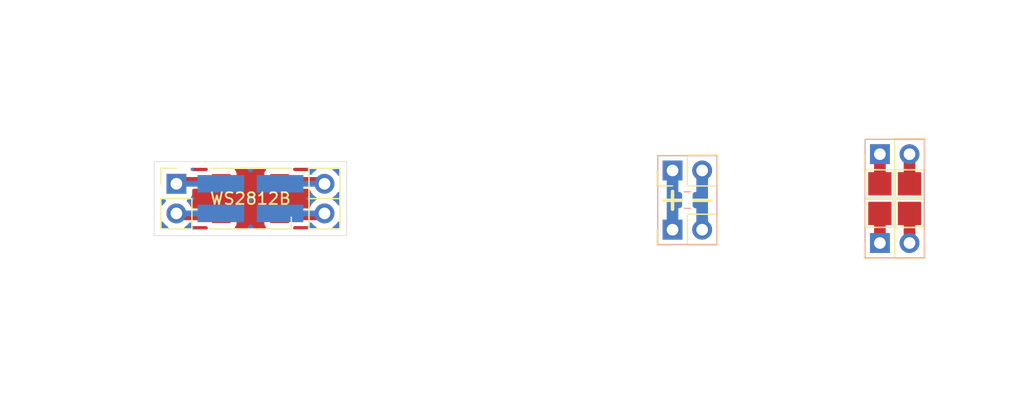
<source format=kicad_pcb>
(kicad_pcb (version 20211014) (generator pcbnew)
  (layers (0 "F.Cu" signal) (31 "B.Cu" signal) (34 "B.Paste" user) (35 "F.Paste" user) (36 "B.SilkS" user "B.Silkscreen") (37 "F.SilkS" user "F.Silkscreen") (38 "B.Mask" user) (39 "F.Mask" user) (44 "Edge.Cuts" user))
  (net 0 "")
  (footprint "Pin_Headers:Pin_Header_Straight_1x02_Pitch2.54mm" (layer "F.Cu") (at 139.7 62.23)
    (fp_text reference "REF**" hide)
    (fp_text value "Pin_Header_Straight_1x02_Pitch2.54mm")
    (fp_line (start -1.33 -1.33) (end 1.33 -1.33) (layer "F.SilkS") (width 0.12))
    (fp_line (start -1.33 1.27) (end 1.33 1.27) (layer "F.SilkS") (width 0.12))
    (fp_line (start 1.33 -1.33) (end 1.33 3.87) (layer "F.SilkS") (width 0.12))
    (fp_line (start -1.33 3.87) (end 1.33 3.87) (layer "F.SilkS") (width 0.12))
    (fp_line (start -1.33 1.27) (end -1.33 -1.33) (layer "F.SilkS") (width 0.12))
    (fp_line (start -1.33 1.27) (end -1.33 3.87) (layer "F.SilkS") (width 0.12))
    (pad "1" thru_hole oval locked (at 0 0) (size 1.7 1.7) (drill 1) (layers *.Cu *.Mask))
    (pad "2" thru_hole oval locked (at 0 2.54) (size 1.7 1.7) (drill 1) (layers *.Cu *.Mask))
  )
  (footprint "LEDs:LED_WS2812B-PLCC4" (layer "F.Cu") (at 133.35 63.5)
    (fp_text reference "WS2812B" (at 0 0) (layer "F.SilkS"))
    (fp_text value "LED_WS2812B-PLCC4")
    (fp_line (start -3.5 2.6) (end 3.5 2.6) (layer "F.SilkS") (width 0.12))
    (fp_line (start 3.5 2.6) (end 3.5 1.6) (layer "F.SilkS") (width 0.12))
    (fp_line (start -3.5 -2.6) (end 3.5 -2.6) (layer "F.SilkS") (width 0.12))
    (pad "1" smd rect locked (at -2.5 -1.6) (size 1.6 1) (layers "F.Cu" "F.Paste" "F.Mask"))
    (pad "2" smd rect locked (at -2.5 1.6) (size 1.6 1) (layers "F.Cu" "F.Paste" "F.Mask"))
    (pad "3" smd rect locked (at 2.5 1.6) (size 1.6 1) (layers "F.Cu" "F.Paste" "F.Mask"))
    (pad "4" smd rect locked (at 2.5 -1.6) (size 1.6 1) (layers "F.Cu" "F.Paste" "F.Mask"))
  )
  (footprint "Pin_Headers:Pin_Header_Straight_1x02_Pitch2.54mm" (layer "F.Cu") (at 127 62.23)
    (fp_text reference "REF**" hide)
    (fp_text value "Pin_Header_Straight_1x02_Pitch2.54mm")
    (fp_line (start -1.33 -1.33) (end 0 -1.33) (layer "F.SilkS") (width 0.12))
    (fp_line (start -1.33 1.27) (end 1.33 1.27) (layer "F.SilkS") (width 0.12))
    (fp_line (start 1.33 1.27) (end 1.33 3.87) (layer "F.SilkS") (width 0.12))
    (fp_line (start -1.33 1.27) (end -1.33 3.87) (layer "F.SilkS") (width 0.12))
    (fp_line (start -1.33 3.87) (end 1.33 3.87) (layer "F.SilkS") (width 0.12))
    (fp_line (start -1.33 0) (end -1.33 -1.33) (layer "F.SilkS") (width 0.12))
    (pad "1" thru_hole rect locked (at 0 0) (size 1.7 1.7) (drill 1) (layers *.Cu *.Mask))
    (pad "2" thru_hole oval locked (at 0 2.54) (size 1.7 1.7) (drill 1) (layers *.Cu *.Mask))
  )
  (footprint "Connector_PinHeader_2.54mm:PinHeader_1x02_P2.54mm_Vertical" (layer "F.Cu") (at 187.325 59.69 90)
    (fp_text reference "REF**" hide)
    (fp_text value "PinHeader_1x02_P2.54mm_Vertical")
    (fp_line (start -1.33 0) (end -1.33 -1.33) (layer "F.SilkS") (width 0.12))
    (fp_line (start -1.33 1.27) (end 1.33 1.27) (layer "F.SilkS") (width 0.12))
    (fp_line (start -1.33 1.27) (end -1.33 3.87) (layer "F.SilkS") (width 0.12))
    (fp_line (start -1.33 3.87) (end 1.33 3.87) (layer "F.SilkS") (width 0.12))
    (fp_line (start -1.33 -1.33) (end 0 -1.33) (layer "F.SilkS") (width 0.12))
    (fp_line (start 1.33 1.27) (end 1.33 3.87) (layer "F.SilkS") (width 0.12))
    (pad "1" thru_hole rect locked (at 0 0 90) (size 1.7 1.7) (drill 1) (layers *.Cu *.Mask))
    (pad "2" thru_hole oval locked (at 0 2.54 90) (size 1.7 1.7) (drill 1) (layers *.Cu *.Mask))
  )
  (footprint "TestPoint:TestPoint_Pad_2.0x2.0mm" (layer "F.Cu") (at 187.325 62.23)
    (fp_text reference "REF**" hide)
    (fp_text value "TestPoint_Pad_2.0x2.0mm")
    (fp_line (start -1.2 1.2) (end -1.2 -1.2) (layer "F.SilkS") (width 0.12))
    (fp_line (start 1.2 1.2) (end -1.2 1.2) (layer "F.SilkS") (width 0.12))
    (fp_line (start 1.2 -1.2) (end 1.2 1.2) (layer "F.SilkS") (width 0.12))
    (fp_line (start -1.2 -1.2) (end 1.2 -1.2) (layer "F.SilkS") (width 0.12))
    (pad "1" smd rect locked (at 0 0) (size 2 2) (layers "F.Cu" "F.Mask"))
  )
  (footprint "Connector_PinHeader_2.54mm:PinHeader_1x02_P2.54mm_Vertical" (layer "F.Cu") (at 169.545 61.087 90)
    (fp_text reference "REF**" hide)
    (fp_text value "PinHeader_1x02_P2.54mm_Vertical")
    (fp_line (start -1.33 3.87) (end 1.33 3.87) (layer "F.SilkS") (width 0.12))
    (fp_line (start -1.33 0) (end -1.33 -1.33) (layer "F.SilkS") (width 0.12))
    (fp_line (start 1.33 1.27) (end 1.33 3.87) (layer "F.SilkS") (width 0.12))
    (fp_line (start -1.33 1.27) (end 1.33 1.27) (layer "F.SilkS") (width 0.12))
    (fp_line (start -1.33 -1.33) (end 0 -1.33) (layer "F.SilkS") (width 0.12))
    (fp_line (start -1.33 1.27) (end -1.33 3.87) (layer "F.SilkS") (width 0.12))
    (pad "1" thru_hole rect locked (at 0 0 90) (size 1.7 1.7) (drill 1) (layers *.Cu *.Mask))
    (pad "2" thru_hole oval locked (at 0 2.54 90) (size 1.7 1.7) (drill 1) (layers *.Cu *.Mask))
  )
  (footprint "TestPoint:TestPoint_Pad_2.0x2.0mm" (layer "F.Cu") (at 189.865 62.23)
    (fp_text reference "REF**" hide)
    (fp_text value "TestPoint_Pad_2.0x2.0mm")
    (fp_line (start -1.2 1.2) (end -1.2 -1.2) (layer "F.SilkS") (width 0.12))
    (fp_line (start -1.2 -1.2) (end 1.2 -1.2) (layer "F.SilkS") (width 0.12))
    (fp_line (start 1.2 -1.2) (end 1.2 1.2) (layer "F.SilkS") (width 0.12))
    (fp_line (start 1.2 1.2) (end -1.2 1.2) (layer "F.SilkS") (width 0.12))
    (pad "1" smd rect locked (at 0 0) (size 2 2) (layers "F.Cu" "F.Mask"))
  )
  (footprint "Connector_PinHeader_2.54mm:PinHeader_1x02_P2.54mm_Vertical" (layer "F.Cu") (at 169.545 66.167 90)
    (fp_text reference "REF**" hide)
    (fp_text value "PinHeader_1x02_P2.54mm_Vertical")
    (fp_line (start -1.33 1.27) (end 1.33 1.27) (layer "F.SilkS") (width 0.12))
    (fp_line (start 1.33 1.27) (end 1.33 3.87) (layer "F.SilkS") (width 0.12))
    (fp_line (start -1.33 1.27) (end -1.33 3.87) (layer "F.SilkS") (width 0.12))
    (fp_line (start -1.33 -1.33) (end 0 -1.33) (layer "F.SilkS") (width 0.12))
    (fp_line (start -1.33 0) (end -1.33 -1.33) (layer "F.SilkS") (width 0.12))
    (fp_line (start -1.33 3.87) (end 1.33 3.87) (layer "F.SilkS") (width 0.12))
    (pad "1" thru_hole rect locked (at 0 0 90) (size 1.7 1.7) (drill 1) (layers *.Cu *.Mask))
    (pad "2" thru_hole oval locked (at 0 2.54 90) (size 1.7 1.7) (drill 1) (layers *.Cu *.Mask))
  )
  (footprint "TestPoint:TestPoint_Pad_2.0x2.0mm" (layer "F.Cu") (at 187.325 64.77)
    (fp_text reference "REF**" hide)
    (fp_text value "TestPoint_Pad_2.0x2.0mm")
    (fp_line (start -1.2 1.2) (end -1.2 -1.2) (layer "F.SilkS") (width 0.12))
    (fp_line (start -1.2 -1.2) (end 1.2 -1.2) (layer "F.SilkS") (width 0.12))
    (fp_line (start 1.2 -1.2) (end 1.2 1.2) (layer "F.SilkS") (width 0.12))
    (fp_line (start 1.2 1.2) (end -1.2 1.2) (layer "F.SilkS") (width 0.12))
    (pad "1" smd rect locked (at 0 0) (size 2 2) (layers "F.Cu" "F.Mask"))
  )
  (footprint "TestPoint:TestPoint_Pad_2.0x2.0mm" (layer "F.Cu") (at 189.865 64.77)
    (fp_text reference "REF**" hide)
    (fp_text value "TestPoint_Pad_2.0x2.0mm")
    (fp_line (start 1.2 -1.2) (end 1.2 1.2) (layer "F.SilkS") (width 0.12))
    (fp_line (start 1.2 1.2) (end -1.2 1.2) (layer "F.SilkS") (width 0.12))
    (fp_line (start -1.2 -1.2) (end 1.2 -1.2) (layer "F.SilkS") (width 0.12))
    (fp_line (start -1.2 1.2) (end -1.2 -1.2) (layer "F.SilkS") (width 0.12))
    (pad "1" smd rect locked (at 0 0) (size 2 2) (layers "F.Cu" "F.Mask"))
  )
  (footprint "Connector_PinHeader_2.54mm:PinHeader_1x02_P2.54mm_Vertical" (layer "F.Cu") (at 187.325 67.31 90)
    (fp_text reference "REF**" hide)
    (fp_text value "PinHeader_1x02_P2.54mm_Vertical")
    (fp_line (start -1.33 0) (end -1.33 -1.33) (layer "F.SilkS") (width 0.12))
    (fp_line (start -1.33 3.87) (end 1.33 3.87) (layer "F.SilkS") (width 0.12))
    (fp_line (start 1.33 1.27) (end 1.33 3.87) (layer "F.SilkS") (width 0.12))
    (fp_line (start -1.33 1.27) (end 1.33 1.27) (layer "F.SilkS") (width 0.12))
    (fp_line (start -1.33 -1.33) (end 0 -1.33) (layer "F.SilkS") (width 0.12))
    (fp_line (start -1.33 1.27) (end -1.33 3.87) (layer "F.SilkS") (width 0.12))
    (pad "1" thru_hole rect locked (at 0 0 90) (size 1.7 1.7) (drill 1) (layers *.Cu *.Mask))
    (pad "2" thru_hole oval locked (at 0 2.54 90) (size 1.7 1.7) (drill 1) (layers *.Cu *.Mask))
  )
  (footprint "Measurement_Points:Measurement_Point_Square-SMD-Pad_Small" (layer "B.Cu") (at 130.81 62.23)
    (fp_text reference "REF**" hide)
    (fp_text value "Measurement_Point_Square-SMD-Pad_Small")
    (pad "1" smd rect locked (at 0 0) (size 4 1.5) (layers "B.Cu" "B.Mask"))
  )
  (footprint "Measurement_Points:Measurement_Point_Square-SMD-Pad_Small" (layer "B.Cu") (at 130.81 64.77)
    (fp_text reference "REF**" hide)
    (fp_text value "Measurement_Point_Square-SMD-Pad_Small")
    (pad "1" smd rect locked (at 0 0) (size 4 1.5) (layers "B.Cu" "B.Mask"))
  )
  (footprint "Measurement_Points:Measurement_Point_Square-SMD-Pad_Small" (layer "B.Cu") (at 135.89 62.23)
    (fp_text reference "REF**" hide)
    (fp_text value "Measurement_Point_Square-SMD-Pad_Small")
    (pad "1" smd rect locked (at 0 0) (size 4 1.5) (layers "B.Cu" "B.Mask"))
  )
  (footprint "Measurement_Points:Measurement_Point_Square-SMD-Pad_Small" (layer "B.Cu") (at 135.89 64.77)
    (fp_text reference "REF**" hide)
    (fp_text value "Measurement_Point_Square-SMD-Pad_Small")
    (pad "1" smd rect locked (at 0 0) (size 4 1.5) (layers "B.Cu" "B.Mask"))
  )
  (footprint "Capacitor_SMD:C_0805_2012Metric" (layer "B.Cu") (at 170.815 63.627)
    (fp_text reference "REF**" hide)
    (fp_text value "C_0805_2012Metric")
    (fp_line (start -0.258578 0.71) (end 0.258578 0.71) (layer "B.SilkS") (width 0.12))
    (fp_line (start -0.258578 -0.71) (end 0.258578 -0.71) (layer "B.SilkS") (width 0.12))
    (pad "1" smd roundrect locked (at -0.9375 0) (size 0.975 1.4) (layers "B.Cu" "B.Paste" "B.Mask"))
    (pad "2" smd roundrect locked (at 0.9375 0) (size 0.975 1.4) (layers "B.Cu" "B.Paste" "B.Mask"))
  )
  (gr_line (start 173.355 67.437) (end 173.355 59.817) (layer "B.SilkS") (width 0.12))
  (gr_line (start 168.275 59.817) (end 173.355 59.817) (layer "B.SilkS") (width 0.12))
  (gr_line (start 191.135 68.58) (end 191.135 58.42) (layer "B.SilkS") (width 0.12))
  (gr_line (start 168.275 59.817) (end 168.275 67.437) (layer "B.SilkS") (width 0.12))
  (gr_line (start 186.055 58.42) (end 191.135 58.42) (layer "B.SilkS") (width 0.12))
  (gr_line (start 186.055 58.42) (end 186.055 68.58) (layer "B.SilkS") (width 0.12))
  (gr_line (start 191.135 68.58) (end 186.055 68.58) (layer "B.SilkS") (width 0.12))
  (gr_line (start 173.355 67.437) (end 168.275 67.437) (layer "B.SilkS") (width 0.12))
  (gr_line (start 125.095 66.675) (end 125.095 60.325) (layer "Edge.Cuts") (width 0.05))
  (gr_line (start 125.095 60.325) (end 141.605 60.325) (layer "Edge.Cuts") (width 0.05))
  (gr_line (start 141.605 66.675) (end 125.095 66.675) (layer "Edge.Cuts") (width 0.05))
  (gr_line (start 141.605 60.325) (end 141.605 66.675) (layer "Edge.Cuts") (width 0.05))
  (gr_text "+" (at 169.545 63.5) (layer "F.SilkS") (effects (font (size 2 2) (thickness 0.3))))
  (gr_text "-" (at 172.085 63.5) (layer "F.SilkS") (effects (font (size 2 2) (thickness 0.3))))
  (segment (start 135.85 61.9) (end 139.37 61.9) (width 0.5) (layer "F.Cu") (net 0))
  (segment (start 187.325 67.31) (end 187.325 64.77) (width 1) (layer "F.Cu") (net 0))
  (segment (start 189.865 67.31) (end 189.865 64.77) (width 1) (layer "F.Cu") (net 0))
  (segment (start 130.85 65.1) (end 127.33 65.1) (width 0.5) (layer "F.Cu") (net 0))
  (segment (start 127.33 61.9) (end 127 62.23) (width 0.5) (layer "F.Cu") (net 0))
  (segment (start 187.325 59.69) (end 187.325 62.23) (width 1) (layer "F.Cu") (net 0))
  (segment (start 130.85 61.9) (end 127.33 61.9) (width 0.5) (layer "F.Cu") (net 0))
  (segment (start 139.37 61.9) (end 139.7 62.23) (width 0.5) (layer "F.Cu") (net 0))
  (segment (start 127.33 65.1) (end 127 64.77) (width 0.5) (layer "F.Cu") (net 0))
  (segment (start 189.865 59.69) (end 189.865 62.23) (width 1) (layer "F.Cu") (net 0))
  (segment (start 135.85 65.1) (end 139.37 65.1) (width 0.5) (layer "F.Cu") (net 0))
  (segment (start 139.37 65.1) (end 139.7 64.77) (width 0.5) (layer "F.Cu") (net 0))
  (segment (start 130.81 64.77) (end 127 64.77) (width 0.5) (layer "B.Cu") (net 0))
  (segment (start 135.89 64.77) (end 139.7 64.77) (width 0.5) (layer "B.Cu") (net 0))
  (segment (start 130.81 62.23) (end 127 62.23) (width 0.5) (layer "B.Cu") (net 0))
  (segment (start 169.545 66.167) (end 169.545 61.087) (width 1) (layer "B.Cu") (net 0))
  (segment (start 135.89 62.23) (end 139.7 62.23) (width 0.5) (layer "B.Cu") (net 0))
  (segment (start 172.085 66.167) (end 172.085 61.087) (width 1) (layer "B.Cu") (net 0))
  (zone (net 0) (net_name "") (layer "F.Cu") (connect_pads (clearance 0.508)) (min_thickness 0.254) (fill yes (thermal_gap 0.508) (thermal_bridge_width 0.508))
    (polygon (pts (xy 125.095 60.325) (xy 141.605 60.325) (xy 141.605 66.675) (xy 125.095 66.675)))
  )
  (zone (net 0) (net_name "") (layer "B.Cu") (connect_pads (clearance 0.508)) (min_thickness 0.254) (fill yes (thermal_gap 0.508) (thermal_bridge_width 0.508))
    (polygon (pts (xy 125.095 60.325) (xy 141.605 60.325) (xy 141.605 66.675) (xy 125.095 66.675)))
  )
)
</source>
